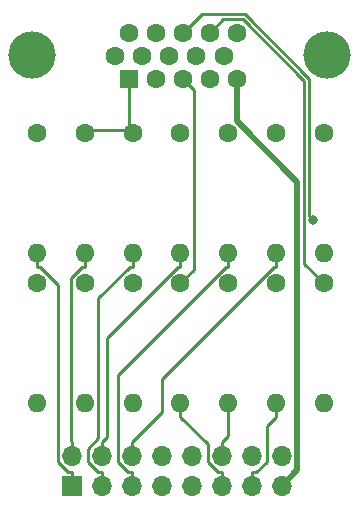
<source format=gbr>
%TF.GenerationSoftware,KiCad,Pcbnew,7.0.1*%
%TF.CreationDate,2023-04-24T00:51:31-07:00*%
%TF.ProjectId,TN9K_VGA,544e394b-5f56-4474-912e-6b696361645f,rev?*%
%TF.SameCoordinates,Original*%
%TF.FileFunction,Copper,L1,Top*%
%TF.FilePolarity,Positive*%
%FSLAX46Y46*%
G04 Gerber Fmt 4.6, Leading zero omitted, Abs format (unit mm)*
G04 Created by KiCad (PCBNEW 7.0.1) date 2023-04-24 00:51:31*
%MOMM*%
%LPD*%
G01*
G04 APERTURE LIST*
%TA.AperFunction,ComponentPad*%
%ADD10C,1.600000*%
%TD*%
%TA.AperFunction,ComponentPad*%
%ADD11O,1.600000X1.600000*%
%TD*%
%TA.AperFunction,ComponentPad*%
%ADD12C,4.000000*%
%TD*%
%TA.AperFunction,ComponentPad*%
%ADD13R,1.600000X1.600000*%
%TD*%
%TA.AperFunction,ComponentPad*%
%ADD14R,1.700000X1.700000*%
%TD*%
%TA.AperFunction,ComponentPad*%
%ADD15O,1.700000X1.700000*%
%TD*%
%TA.AperFunction,ViaPad*%
%ADD16C,0.800000*%
%TD*%
%TA.AperFunction,Conductor*%
%ADD17C,0.250000*%
%TD*%
%TA.AperFunction,Conductor*%
%ADD18C,0.500000*%
%TD*%
G04 APERTURE END LIST*
D10*
%TO.P,R14,1*%
%TO.N,HSYNC*%
X180975000Y-69215000D03*
D11*
%TO.P,R14,2*%
%TO.N,HS_3V3*%
X180975000Y-79375000D03*
%TD*%
D10*
%TO.P,R8,1*%
%TO.N,GREEN*%
X156675000Y-69215000D03*
D11*
%TO.P,R8,2*%
%TO.N,G3_3V3*%
X156675000Y-79375000D03*
%TD*%
D10*
%TO.P,R13,1*%
%TO.N,VSYNC*%
X176925000Y-69215000D03*
D11*
%TO.P,R13,2*%
%TO.N,VS_3V3*%
X176925000Y-79375000D03*
%TD*%
D10*
%TO.P,R1,1*%
%TO.N,RED*%
X156675000Y-56515000D03*
D11*
%TO.P,R1,2*%
%TO.N,R0_3V3*%
X156675000Y-66675000D03*
%TD*%
D12*
%TO.P,J2,0*%
%TO.N,GND*%
X181272000Y-49893000D03*
X156272000Y-49893000D03*
D13*
%TO.P,J2,1*%
%TO.N,RED*%
X164457000Y-51943000D03*
D10*
%TO.P,J2,2*%
%TO.N,GREEN*%
X166747000Y-51943000D03*
%TO.P,J2,3*%
%TO.N,BLUE*%
X169037000Y-51943000D03*
%TO.P,J2,4*%
%TO.N,unconnected-(J2-Pad4)*%
X171327000Y-51943000D03*
%TO.P,J2,5*%
%TO.N,GND*%
X173617000Y-51943000D03*
%TO.P,J2,6*%
X163312000Y-49963000D03*
%TO.P,J2,7*%
X165602000Y-49963000D03*
%TO.P,J2,8*%
X167892000Y-49963000D03*
%TO.P,J2,9*%
%TO.N,unconnected-(J2-Pad9)*%
X170182000Y-49963000D03*
%TO.P,J2,10*%
%TO.N,GND*%
X172472000Y-49963000D03*
%TO.P,J2,11*%
%TO.N,unconnected-(J2-Pad11)*%
X164457000Y-47983000D03*
%TO.P,J2,12*%
%TO.N,unconnected-(J2-Pad12)*%
X166747000Y-47983000D03*
%TO.P,J2,13*%
%TO.N,VSYNC*%
X169037000Y-47983000D03*
%TO.P,J2,14*%
%TO.N,HSYNC*%
X171327000Y-47983000D03*
%TO.P,J2,15*%
%TO.N,unconnected-(J2-Pad15)*%
X173617000Y-47983000D03*
%TD*%
%TO.P,R4,1*%
%TO.N,RED*%
X168825000Y-56515000D03*
D11*
%TO.P,R4,2*%
%TO.N,R3_3V3*%
X168825000Y-66675000D03*
%TD*%
D10*
%TO.P,R10,1*%
%TO.N,BLUE*%
X164775000Y-69215000D03*
D11*
%TO.P,R10,2*%
%TO.N,B1_3V3*%
X164775000Y-79375000D03*
%TD*%
D10*
%TO.P,R7,1*%
%TO.N,GREEN*%
X180975000Y-56515000D03*
D11*
%TO.P,R7,2*%
%TO.N,G2_3V3*%
X180975000Y-66675000D03*
%TD*%
D10*
%TO.P,R11,1*%
%TO.N,BLUE*%
X168825000Y-69215000D03*
D11*
%TO.P,R11,2*%
%TO.N,B2_3V3*%
X168825000Y-79375000D03*
%TD*%
D10*
%TO.P,R3,1*%
%TO.N,RED*%
X164775000Y-56515000D03*
D11*
%TO.P,R3,2*%
%TO.N,R2_3V3*%
X164775000Y-66675000D03*
%TD*%
D14*
%TO.P,J1,1,Pin_1*%
%TO.N,R0_3V3*%
X159639000Y-86360000D03*
D15*
%TO.P,J1,2,Pin_2*%
%TO.N,R1_3V3*%
X159639000Y-83820000D03*
%TO.P,J1,3,Pin_3*%
%TO.N,R2_3V3*%
X162179000Y-86360000D03*
%TO.P,J1,4,Pin_4*%
%TO.N,R3_3V3*%
X162179000Y-83820000D03*
%TO.P,J1,5,Pin_5*%
%TO.N,G0_3V3*%
X164719000Y-86360000D03*
%TO.P,J1,6,Pin_6*%
%TO.N,G1_3V3*%
X164719000Y-83820000D03*
%TO.P,J1,7,Pin_7*%
%TO.N,G2_3V3*%
X167259000Y-86360000D03*
%TO.P,J1,8,Pin_8*%
%TO.N,G3_3V3*%
X167259000Y-83820000D03*
%TO.P,J1,9,Pin_9*%
%TO.N,B0_3V3*%
X169799000Y-86360000D03*
%TO.P,J1,10,Pin_10*%
%TO.N,B1_3V3*%
X169799000Y-83820000D03*
%TO.P,J1,11,Pin_11*%
%TO.N,B2_3V3*%
X172339000Y-86360000D03*
%TO.P,J1,12,Pin_12*%
%TO.N,B3_3V3*%
X172339000Y-83820000D03*
%TO.P,J1,13,Pin_13*%
%TO.N,VS_3V3*%
X174879000Y-86360000D03*
%TO.P,J1,14,Pin_14*%
%TO.N,HS_3V3*%
X174879000Y-83820000D03*
%TO.P,J1,15,Pin_15*%
%TO.N,GND*%
X177419000Y-86360000D03*
%TO.P,J1,16,Pin_16*%
%TO.N,VCC*%
X177419000Y-83820000D03*
%TD*%
D10*
%TO.P,R9,1*%
%TO.N,BLUE*%
X160725000Y-69215000D03*
D11*
%TO.P,R9,2*%
%TO.N,B0_3V3*%
X160725000Y-79375000D03*
%TD*%
D10*
%TO.P,R5,1*%
%TO.N,GREEN*%
X172875000Y-56515000D03*
D11*
%TO.P,R5,2*%
%TO.N,G0_3V3*%
X172875000Y-66675000D03*
%TD*%
D10*
%TO.P,R6,1*%
%TO.N,GREEN*%
X176925000Y-56515000D03*
D11*
%TO.P,R6,2*%
%TO.N,G1_3V3*%
X176925000Y-66675000D03*
%TD*%
D10*
%TO.P,R2,1*%
%TO.N,RED*%
X160725000Y-56515000D03*
D11*
%TO.P,R2,2*%
%TO.N,R1_3V3*%
X160725000Y-66675000D03*
%TD*%
D10*
%TO.P,R12,1*%
%TO.N,BLUE*%
X172875000Y-69215000D03*
D11*
%TO.P,R12,2*%
%TO.N,B3_3V3*%
X172875000Y-79375000D03*
%TD*%
D16*
%TO.N,VSYNC*%
X180049100Y-63837700D03*
%TD*%
D17*
%TO.N,RED*%
X161043000Y-56197000D02*
X160725000Y-56515000D01*
X164457000Y-51943000D02*
X164457000Y-56197000D01*
X164457000Y-56197000D02*
X161043000Y-56197000D01*
X164457000Y-56197000D02*
X164775000Y-56515000D01*
D18*
%TO.N,GND*%
X178721600Y-60593500D02*
X173617000Y-55488900D01*
X173617000Y-55488900D02*
X173617000Y-51943000D01*
X177419000Y-86360000D02*
X178721600Y-85057400D01*
X178721600Y-85057400D02*
X178721600Y-60593500D01*
D17*
%TO.N,VS_3V3*%
X175246300Y-85184900D02*
X176129400Y-84301800D01*
X174879000Y-85184900D02*
X175246300Y-85184900D01*
X176925000Y-79375000D02*
X176925000Y-80500100D01*
X176129400Y-81295700D02*
X176925000Y-80500100D01*
X176129400Y-84301800D02*
X176129400Y-81295700D01*
X174879000Y-86360000D02*
X174879000Y-85184900D01*
%TO.N,BLUE*%
X169976600Y-52882600D02*
X169976600Y-68063400D01*
X169976600Y-68063400D02*
X168825000Y-69215000D01*
X169037000Y-51943000D02*
X169976600Y-52882600D01*
%TO.N,VSYNC*%
X179747000Y-51875400D02*
X179747000Y-63535600D01*
X169037000Y-47983000D02*
X170628600Y-46391400D01*
X170628600Y-46391400D02*
X174263000Y-46391400D01*
X179747000Y-63535600D02*
X180049100Y-63837700D01*
X174263000Y-46391400D02*
X179747000Y-51875400D01*
%TO.N,HSYNC*%
X174091400Y-46856500D02*
X179296800Y-52061900D01*
X179296800Y-52061900D02*
X179296800Y-67536800D01*
X171327000Y-47983000D02*
X172453500Y-46856500D01*
X172453500Y-46856500D02*
X174091400Y-46856500D01*
X179296800Y-67536800D02*
X180975000Y-69215000D01*
%TO.N,R2_3V3*%
X161850200Y-82337000D02*
X161850200Y-70491700D01*
X160981600Y-83205600D02*
X161850200Y-82337000D01*
X160981600Y-84354700D02*
X160981600Y-83205600D01*
X164775000Y-66675000D02*
X164775000Y-67800100D01*
X161811800Y-85184900D02*
X160981600Y-84354700D01*
X164541800Y-67800100D02*
X164775000Y-67800100D01*
X161850200Y-70491700D02*
X164541800Y-67800100D01*
X162179000Y-86360000D02*
X162179000Y-85184900D01*
X162179000Y-85184900D02*
X161811800Y-85184900D01*
%TO.N,R3_3V3*%
X168648700Y-67800100D02*
X168825000Y-67800100D01*
X162179000Y-83820000D02*
X162179000Y-82644900D01*
X162629100Y-82194800D02*
X162629100Y-73819700D01*
X162179000Y-82644900D02*
X162629100Y-82194800D01*
X168825000Y-66675000D02*
X168825000Y-67800100D01*
X162629100Y-73819700D02*
X168648700Y-67800100D01*
%TO.N,B2_3V3*%
X172339000Y-86360000D02*
X172339000Y-85184900D01*
X172339000Y-85184900D02*
X171971700Y-85184900D01*
X171971700Y-85184900D02*
X171163900Y-84377100D01*
X171163900Y-84377100D02*
X171163900Y-82839000D01*
X168825000Y-79375000D02*
X168825000Y-80500100D01*
X171163900Y-82839000D02*
X168825000Y-80500100D01*
%TO.N,B3_3V3*%
X172875000Y-82108900D02*
X172875000Y-79375000D01*
X172339000Y-82644900D02*
X172875000Y-82108900D01*
X172339000Y-83820000D02*
X172339000Y-82644900D01*
%TO.N,R0_3V3*%
X158463900Y-84377100D02*
X158463900Y-69355900D01*
X158463900Y-69355900D02*
X156908100Y-67800100D01*
X156908100Y-67800100D02*
X156675000Y-67800100D01*
X159639000Y-85184900D02*
X159271700Y-85184900D01*
X156675000Y-66675000D02*
X156675000Y-67800100D01*
X159271700Y-85184900D02*
X158463900Y-84377100D01*
X159639000Y-86360000D02*
X159639000Y-85184900D01*
%TO.N,R1_3V3*%
X159556800Y-82562700D02*
X159556800Y-68735100D01*
X160725000Y-66675000D02*
X160725000Y-67800100D01*
X160491800Y-67800100D02*
X160725000Y-67800100D01*
X159556800Y-68735100D02*
X160491800Y-67800100D01*
X159639000Y-82644900D02*
X159556800Y-82562700D01*
X159639000Y-83820000D02*
X159639000Y-82644900D01*
%TO.N,G0_3V3*%
X172698700Y-67800100D02*
X172875000Y-67800100D01*
X164351800Y-85184900D02*
X163524800Y-84357900D01*
X172875000Y-66675000D02*
X172875000Y-67800100D01*
X164719000Y-85184900D02*
X164351800Y-85184900D01*
X163524800Y-76974000D02*
X172698700Y-67800100D01*
X164719000Y-86360000D02*
X164719000Y-85184900D01*
X163524800Y-84357900D02*
X163524800Y-76974000D01*
%TO.N,G1_3V3*%
X164719000Y-82644900D02*
X167250100Y-80113800D01*
X167250100Y-77298700D02*
X176748700Y-67800100D01*
X164719000Y-83820000D02*
X164719000Y-82644900D01*
X176748700Y-67800100D02*
X176925000Y-67800100D01*
X176925000Y-66675000D02*
X176925000Y-67800100D01*
X167250100Y-80113800D02*
X167250100Y-77298700D01*
%TD*%
M02*

</source>
